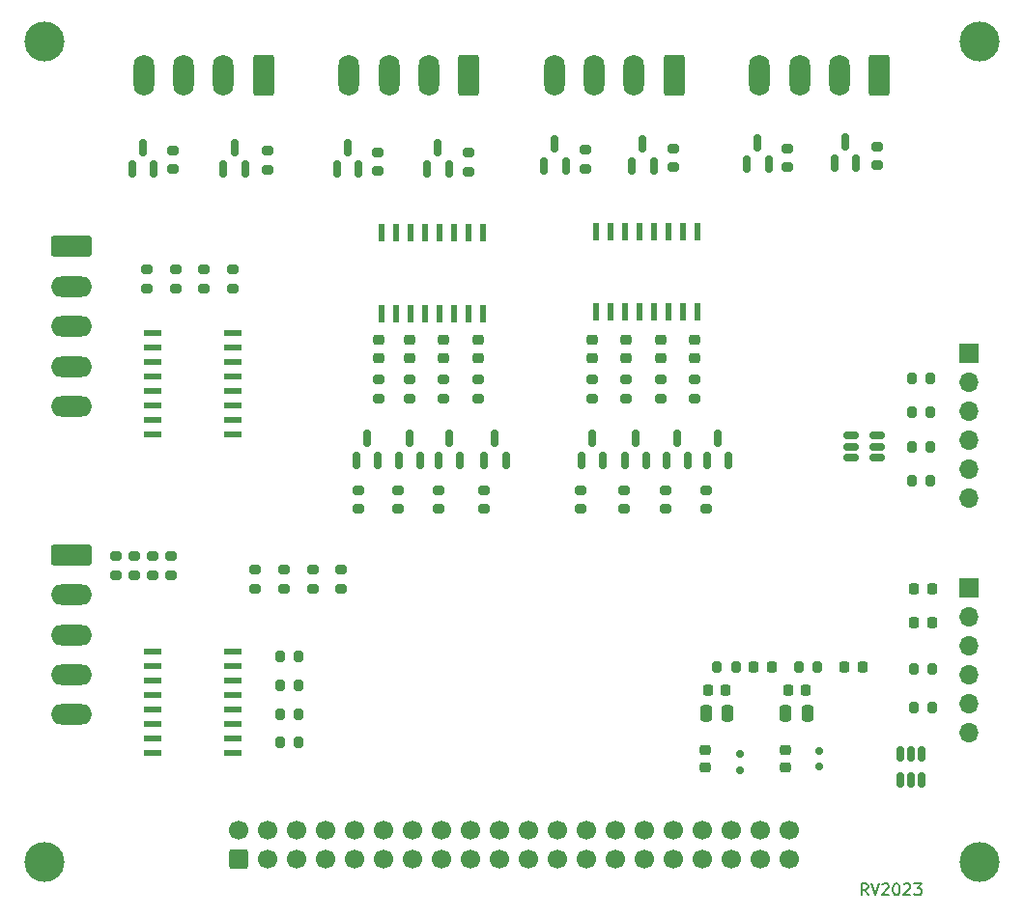
<source format=gts>
G04 #@! TF.GenerationSoftware,KiCad,Pcbnew,7.0.5-4d25ed1034~172~ubuntu20.04.1*
G04 #@! TF.CreationDate,2023-05-31T02:11:29+03:00*
G04 #@! TF.ProjectId,kanalog-jp12-breakout,6b616e61-6c6f-4672-9d6a-7031322d6272,rev?*
G04 #@! TF.SameCoordinates,Original*
G04 #@! TF.FileFunction,Soldermask,Top*
G04 #@! TF.FilePolarity,Negative*
%FSLAX46Y46*%
G04 Gerber Fmt 4.6, Leading zero omitted, Abs format (unit mm)*
G04 Created by KiCad (PCBNEW 7.0.5-4d25ed1034~172~ubuntu20.04.1) date 2023-05-31 02:11:29*
%MOMM*%
%LPD*%
G01*
G04 APERTURE LIST*
G04 Aperture macros list*
%AMRoundRect*
0 Rectangle with rounded corners*
0 $1 Rounding radius*
0 $2 $3 $4 $5 $6 $7 $8 $9 X,Y pos of 4 corners*
0 Add a 4 corners polygon primitive as box body*
4,1,4,$2,$3,$4,$5,$6,$7,$8,$9,$2,$3,0*
0 Add four circle primitives for the rounded corners*
1,1,$1+$1,$2,$3*
1,1,$1+$1,$4,$5*
1,1,$1+$1,$6,$7*
1,1,$1+$1,$8,$9*
0 Add four rect primitives between the rounded corners*
20,1,$1+$1,$2,$3,$4,$5,0*
20,1,$1+$1,$4,$5,$6,$7,0*
20,1,$1+$1,$6,$7,$8,$9,0*
20,1,$1+$1,$8,$9,$2,$3,0*%
G04 Aperture macros list end*
%ADD10C,0.200000*%
%ADD11RoundRect,0.150000X0.150000X-0.587500X0.150000X0.587500X-0.150000X0.587500X-0.150000X-0.587500X0*%
%ADD12RoundRect,0.218750X-0.256250X0.218750X-0.256250X-0.218750X0.256250X-0.218750X0.256250X0.218750X0*%
%ADD13RoundRect,0.200000X0.275000X-0.200000X0.275000X0.200000X-0.275000X0.200000X-0.275000X-0.200000X0*%
%ADD14RoundRect,0.200000X-0.275000X0.200000X-0.275000X-0.200000X0.275000X-0.200000X0.275000X0.200000X0*%
%ADD15RoundRect,0.150000X-0.512500X-0.150000X0.512500X-0.150000X0.512500X0.150000X-0.512500X0.150000X0*%
%ADD16RoundRect,0.250000X0.650000X1.550000X-0.650000X1.550000X-0.650000X-1.550000X0.650000X-1.550000X0*%
%ADD17O,1.800000X3.600000*%
%ADD18RoundRect,0.250000X-0.250000X-0.475000X0.250000X-0.475000X0.250000X0.475000X-0.250000X0.475000X0*%
%ADD19RoundRect,0.150000X-0.150000X0.512500X-0.150000X-0.512500X0.150000X-0.512500X0.150000X0.512500X0*%
%ADD20R,1.500000X0.600000*%
%ADD21RoundRect,0.200000X0.200000X0.275000X-0.200000X0.275000X-0.200000X-0.275000X0.200000X-0.275000X0*%
%ADD22C,3.500000*%
%ADD23RoundRect,0.218750X0.218750X0.256250X-0.218750X0.256250X-0.218750X-0.256250X0.218750X-0.256250X0*%
%ADD24R,0.600000X1.500000*%
%ADD25RoundRect,0.200000X-0.200000X-0.275000X0.200000X-0.275000X0.200000X0.275000X-0.200000X0.275000X0*%
%ADD26RoundRect,0.150000X0.200000X-0.150000X0.200000X0.150000X-0.200000X0.150000X-0.200000X-0.150000X0*%
%ADD27R,1.700000X1.700000*%
%ADD28O,1.700000X1.700000*%
%ADD29RoundRect,0.250000X-1.550000X0.650000X-1.550000X-0.650000X1.550000X-0.650000X1.550000X0.650000X0*%
%ADD30O,3.600000X1.800000*%
%ADD31RoundRect,0.250000X0.600000X-0.600000X0.600000X0.600000X-0.600000X0.600000X-0.600000X-0.600000X0*%
%ADD32C,1.700000*%
%ADD33RoundRect,0.225000X-0.225000X-0.250000X0.225000X-0.250000X0.225000X0.250000X-0.225000X0.250000X0*%
%ADD34RoundRect,0.218750X-0.218750X-0.256250X0.218750X-0.256250X0.218750X0.256250X-0.218750X0.256250X0*%
G04 APERTURE END LIST*
D10*
X152191101Y-164867219D02*
X151857768Y-164391028D01*
X151619673Y-164867219D02*
X151619673Y-163867219D01*
X151619673Y-163867219D02*
X152000625Y-163867219D01*
X152000625Y-163867219D02*
X152095863Y-163914838D01*
X152095863Y-163914838D02*
X152143482Y-163962457D01*
X152143482Y-163962457D02*
X152191101Y-164057695D01*
X152191101Y-164057695D02*
X152191101Y-164200552D01*
X152191101Y-164200552D02*
X152143482Y-164295790D01*
X152143482Y-164295790D02*
X152095863Y-164343409D01*
X152095863Y-164343409D02*
X152000625Y-164391028D01*
X152000625Y-164391028D02*
X151619673Y-164391028D01*
X152476816Y-163867219D02*
X152810149Y-164867219D01*
X152810149Y-164867219D02*
X153143482Y-163867219D01*
X153429197Y-163962457D02*
X153476816Y-163914838D01*
X153476816Y-163914838D02*
X153572054Y-163867219D01*
X153572054Y-163867219D02*
X153810149Y-163867219D01*
X153810149Y-163867219D02*
X153905387Y-163914838D01*
X153905387Y-163914838D02*
X153953006Y-163962457D01*
X153953006Y-163962457D02*
X154000625Y-164057695D01*
X154000625Y-164057695D02*
X154000625Y-164152933D01*
X154000625Y-164152933D02*
X153953006Y-164295790D01*
X153953006Y-164295790D02*
X153381578Y-164867219D01*
X153381578Y-164867219D02*
X154000625Y-164867219D01*
X154619673Y-163867219D02*
X154714911Y-163867219D01*
X154714911Y-163867219D02*
X154810149Y-163914838D01*
X154810149Y-163914838D02*
X154857768Y-163962457D01*
X154857768Y-163962457D02*
X154905387Y-164057695D01*
X154905387Y-164057695D02*
X154953006Y-164248171D01*
X154953006Y-164248171D02*
X154953006Y-164486266D01*
X154953006Y-164486266D02*
X154905387Y-164676742D01*
X154905387Y-164676742D02*
X154857768Y-164771980D01*
X154857768Y-164771980D02*
X154810149Y-164819600D01*
X154810149Y-164819600D02*
X154714911Y-164867219D01*
X154714911Y-164867219D02*
X154619673Y-164867219D01*
X154619673Y-164867219D02*
X154524435Y-164819600D01*
X154524435Y-164819600D02*
X154476816Y-164771980D01*
X154476816Y-164771980D02*
X154429197Y-164676742D01*
X154429197Y-164676742D02*
X154381578Y-164486266D01*
X154381578Y-164486266D02*
X154381578Y-164248171D01*
X154381578Y-164248171D02*
X154429197Y-164057695D01*
X154429197Y-164057695D02*
X154476816Y-163962457D01*
X154476816Y-163962457D02*
X154524435Y-163914838D01*
X154524435Y-163914838D02*
X154619673Y-163867219D01*
X155333959Y-163962457D02*
X155381578Y-163914838D01*
X155381578Y-163914838D02*
X155476816Y-163867219D01*
X155476816Y-163867219D02*
X155714911Y-163867219D01*
X155714911Y-163867219D02*
X155810149Y-163914838D01*
X155810149Y-163914838D02*
X155857768Y-163962457D01*
X155857768Y-163962457D02*
X155905387Y-164057695D01*
X155905387Y-164057695D02*
X155905387Y-164152933D01*
X155905387Y-164152933D02*
X155857768Y-164295790D01*
X155857768Y-164295790D02*
X155286340Y-164867219D01*
X155286340Y-164867219D02*
X155905387Y-164867219D01*
X156238721Y-163867219D02*
X156857768Y-163867219D01*
X156857768Y-163867219D02*
X156524435Y-164248171D01*
X156524435Y-164248171D02*
X156667292Y-164248171D01*
X156667292Y-164248171D02*
X156762530Y-164295790D01*
X156762530Y-164295790D02*
X156810149Y-164343409D01*
X156810149Y-164343409D02*
X156857768Y-164438647D01*
X156857768Y-164438647D02*
X156857768Y-164676742D01*
X156857768Y-164676742D02*
X156810149Y-164771980D01*
X156810149Y-164771980D02*
X156762530Y-164819600D01*
X156762530Y-164819600D02*
X156667292Y-164867219D01*
X156667292Y-164867219D02*
X156381578Y-164867219D01*
X156381578Y-164867219D02*
X156286340Y-164819600D01*
X156286340Y-164819600D02*
X156238721Y-164771980D01*
D11*
G04 #@! TO.C,Q3*
X105650000Y-101175000D03*
X107550000Y-101175000D03*
X106600000Y-99300000D03*
G04 #@! TD*
G04 #@! TO.C,Q7*
X114550000Y-126712500D03*
X116450000Y-126712500D03*
X115500000Y-124837500D03*
G04 #@! TD*
G04 #@! TO.C,Q2*
X95700000Y-101175000D03*
X97600000Y-101175000D03*
X96650000Y-99300000D03*
G04 #@! TD*
D12*
G04 #@! TO.C,D17*
X109300000Y-116212500D03*
X109300000Y-117787500D03*
G04 #@! TD*
D13*
G04 #@! TO.C,R16*
X98490000Y-138000000D03*
X98490000Y-136350000D03*
G04 #@! TD*
D14*
G04 #@! TO.C,R18*
X99550000Y-99612500D03*
X99550000Y-101262500D03*
G04 #@! TD*
G04 #@! TO.C,R10*
X91490000Y-110000000D03*
X91490000Y-111650000D03*
G04 #@! TD*
D13*
G04 #@! TO.C,R23*
X112000000Y-121300000D03*
X112000000Y-119650000D03*
G04 #@! TD*
D15*
G04 #@! TO.C,U5*
X150687500Y-124590000D03*
X150687500Y-125540000D03*
X150687500Y-126490000D03*
X152962500Y-126490000D03*
X152962500Y-125540000D03*
X152962500Y-124590000D03*
G04 #@! TD*
D11*
G04 #@! TO.C,Q16*
X131500000Y-100900000D03*
X133400000Y-100900000D03*
X132450000Y-99025000D03*
G04 #@! TD*
D13*
G04 #@! TO.C,R28*
X118500000Y-131000000D03*
X118500000Y-129350000D03*
G04 #@! TD*
D12*
G04 #@! TO.C,D19*
X115000000Y-116212500D03*
X115000000Y-117787500D03*
G04 #@! TD*
D16*
G04 #@! TO.C,J5*
X117195000Y-92932500D03*
D17*
X113695000Y-92932500D03*
X110195000Y-92932500D03*
X106695000Y-92932500D03*
G04 #@! TD*
D13*
G04 #@! TO.C,R35*
X131000000Y-121300000D03*
X131000000Y-119650000D03*
G04 #@! TD*
G04 #@! TO.C,R22*
X107515000Y-131000000D03*
X107515000Y-129350000D03*
G04 #@! TD*
D11*
G04 #@! TO.C,Q14*
X149250000Y-100675000D03*
X151150000Y-100675000D03*
X150200000Y-98800000D03*
G04 #@! TD*
G04 #@! TO.C,Q8*
X118550000Y-126712500D03*
X120450000Y-126712500D03*
X119500000Y-124837500D03*
G04 #@! TD*
D18*
G04 #@! TO.C,C1*
X137987500Y-148900000D03*
X139887500Y-148900000D03*
G04 #@! TD*
D13*
G04 #@! TO.C,R29*
X134000000Y-121300000D03*
X134000000Y-119650000D03*
G04 #@! TD*
G04 #@! TO.C,R25*
X115000000Y-121300000D03*
X115000000Y-119650000D03*
G04 #@! TD*
D14*
G04 #@! TO.C,R37*
X145125000Y-99375000D03*
X145125000Y-101025000D03*
G04 #@! TD*
D19*
G04 #@! TO.C,U6*
X156900000Y-152512500D03*
X155950000Y-152512500D03*
X155000000Y-152512500D03*
X155000000Y-154787500D03*
X155950000Y-154787500D03*
X156900000Y-154787500D03*
G04 #@! TD*
D13*
G04 #@! TO.C,R14*
X103510000Y-138000000D03*
X103510000Y-136350000D03*
G04 #@! TD*
D20*
G04 #@! TO.C,U2*
X89450000Y-115555000D03*
X89450000Y-116825000D03*
X89450000Y-118095000D03*
X89450000Y-119365000D03*
X89450000Y-120635000D03*
X89450000Y-121905000D03*
X89450000Y-123175000D03*
X89450000Y-124445000D03*
X96550000Y-124445000D03*
X96550000Y-123175000D03*
X96550000Y-121905000D03*
X96550000Y-120635000D03*
X96550000Y-119365000D03*
X96550000Y-118095000D03*
X96550000Y-116825000D03*
X96550000Y-115555000D03*
G04 #@! TD*
D13*
G04 #@! TO.C,R31*
X137000000Y-121300000D03*
X137000000Y-119650000D03*
G04 #@! TD*
D21*
G04 #@! TO.C,R42*
X157650000Y-122540000D03*
X156000000Y-122540000D03*
G04 #@! TD*
G04 #@! TO.C,R7*
X102275000Y-149000000D03*
X100625000Y-149000000D03*
G04 #@! TD*
D11*
G04 #@! TO.C,Q6*
X111050000Y-126712500D03*
X112950000Y-126712500D03*
X112000000Y-124837500D03*
G04 #@! TD*
D14*
G04 #@! TO.C,R19*
X109200000Y-99712500D03*
X109200000Y-101362500D03*
G04 #@! TD*
D13*
G04 #@! TO.C,R15*
X101000000Y-138000000D03*
X101000000Y-136350000D03*
G04 #@! TD*
D22*
G04 #@! TO.C,H2*
X80000000Y-90000000D03*
G04 #@! TD*
D14*
G04 #@! TO.C,R11*
X94000000Y-110000000D03*
X94000000Y-111650000D03*
G04 #@! TD*
D21*
G04 #@! TO.C,R6*
X102275000Y-146490000D03*
X100625000Y-146490000D03*
G04 #@! TD*
G04 #@! TO.C,R5*
X102275000Y-143980000D03*
X100625000Y-143980000D03*
G04 #@! TD*
D14*
G04 #@! TO.C,R20*
X117200000Y-99762500D03*
X117200000Y-101412500D03*
G04 #@! TD*
D21*
G04 #@! TO.C,R47*
X157825000Y-148450000D03*
X156175000Y-148450000D03*
G04 #@! TD*
D12*
G04 #@! TO.C,D21*
X134000000Y-116212500D03*
X134000000Y-117787500D03*
G04 #@! TD*
D23*
G04 #@! TO.C,FB3*
X157787500Y-138000000D03*
X156212500Y-138000000D03*
G04 #@! TD*
D21*
G04 #@! TO.C,R43*
X157650000Y-125540000D03*
X156000000Y-125540000D03*
G04 #@! TD*
D22*
G04 #@! TO.C,H1*
X80000000Y-162000000D03*
G04 #@! TD*
D24*
G04 #@! TO.C,U3*
X109570000Y-113850000D03*
X110840000Y-113850000D03*
X112110000Y-113850000D03*
X113380000Y-113850000D03*
X114650000Y-113850000D03*
X115920000Y-113850000D03*
X117190000Y-113850000D03*
X118460000Y-113850000D03*
X118460000Y-106750000D03*
X117190000Y-106750000D03*
X115920000Y-106750000D03*
X114650000Y-106750000D03*
X113380000Y-106750000D03*
X112110000Y-106750000D03*
X110840000Y-106750000D03*
X109570000Y-106750000D03*
G04 #@! TD*
D13*
G04 #@! TO.C,R32*
X138000000Y-131000000D03*
X138000000Y-129350000D03*
G04 #@! TD*
D21*
G04 #@! TO.C,R46*
X157825000Y-145000000D03*
X156175000Y-145000000D03*
G04 #@! TD*
D25*
G04 #@! TO.C,R48*
X138975000Y-144860000D03*
X140625000Y-144860000D03*
G04 #@! TD*
D12*
G04 #@! TO.C,D20*
X118000000Y-116212500D03*
X118000000Y-117787500D03*
G04 #@! TD*
D26*
G04 #@! TO.C,D25*
X140937500Y-152500000D03*
X140937500Y-153900000D03*
G04 #@! TD*
D16*
G04 #@! TO.C,J6*
X153195000Y-92932500D03*
D17*
X149695000Y-92932500D03*
X146195000Y-92932500D03*
X142695000Y-92932500D03*
G04 #@! TD*
D14*
G04 #@! TO.C,R2*
X87900000Y-135175000D03*
X87900000Y-136825000D03*
G04 #@! TD*
D16*
G04 #@! TO.C,J7*
X135195000Y-92932500D03*
D17*
X131695000Y-92932500D03*
X128195000Y-92932500D03*
X124695000Y-92932500D03*
G04 #@! TD*
D13*
G04 #@! TO.C,R26*
X114515000Y-131000000D03*
X114515000Y-129350000D03*
G04 #@! TD*
D11*
G04 #@! TO.C,Q11*
X127050000Y-126712500D03*
X128950000Y-126712500D03*
X128000000Y-124837500D03*
G04 #@! TD*
D12*
G04 #@! TO.C,FB1*
X137937500Y-152112500D03*
X137937500Y-153687500D03*
G04 #@! TD*
G04 #@! TO.C,D22*
X137000000Y-116212500D03*
X137000000Y-117787500D03*
G04 #@! TD*
D16*
G04 #@! TO.C,J4*
X99195000Y-92932500D03*
D17*
X95695000Y-92932500D03*
X92195000Y-92932500D03*
X88695000Y-92932500D03*
G04 #@! TD*
D21*
G04 #@! TO.C,R8*
X102275000Y-151510000D03*
X100625000Y-151510000D03*
G04 #@! TD*
D13*
G04 #@! TO.C,R27*
X118000000Y-121300000D03*
X118000000Y-119650000D03*
G04 #@! TD*
D21*
G04 #@! TO.C,R41*
X157650000Y-119540000D03*
X156000000Y-119540000D03*
G04 #@! TD*
D13*
G04 #@! TO.C,R24*
X111015000Y-131000000D03*
X111015000Y-129350000D03*
G04 #@! TD*
D14*
G04 #@! TO.C,R39*
X127400000Y-99500000D03*
X127400000Y-101150000D03*
G04 #@! TD*
D12*
G04 #@! TO.C,D24*
X131000000Y-116212500D03*
X131000000Y-117787500D03*
G04 #@! TD*
D23*
G04 #@! TO.C,D27*
X151725000Y-144900000D03*
X150150000Y-144900000D03*
G04 #@! TD*
D12*
G04 #@! TO.C,D18*
X112000000Y-116212500D03*
X112000000Y-117787500D03*
G04 #@! TD*
G04 #@! TO.C,FB2*
X144937500Y-152112500D03*
X144937500Y-153687500D03*
G04 #@! TD*
D13*
G04 #@! TO.C,R13*
X106020000Y-138000000D03*
X106020000Y-136350000D03*
G04 #@! TD*
D14*
G04 #@! TO.C,R38*
X152950000Y-99225000D03*
X152950000Y-100875000D03*
G04 #@! TD*
D22*
G04 #@! TO.C,H3*
X162000000Y-90000000D03*
G04 #@! TD*
D27*
G04 #@! TO.C,J8*
X161000000Y-117380000D03*
D28*
X161000000Y-119920000D03*
X161000000Y-122460000D03*
X161000000Y-125000000D03*
X161000000Y-127540000D03*
X161000000Y-130080000D03*
G04 #@! TD*
D12*
G04 #@! TO.C,D23*
X128000000Y-116212500D03*
X128000000Y-117787500D03*
G04 #@! TD*
D14*
G04 #@! TO.C,R40*
X135100000Y-99387500D03*
X135100000Y-101037500D03*
G04 #@! TD*
D11*
G04 #@! TO.C,Q10*
X138050000Y-126712500D03*
X139950000Y-126712500D03*
X139000000Y-124837500D03*
G04 #@! TD*
D14*
G04 #@! TO.C,R17*
X91300000Y-99562500D03*
X91300000Y-101212500D03*
G04 #@! TD*
D13*
G04 #@! TO.C,R33*
X128000000Y-121300000D03*
X128000000Y-119650000D03*
G04 #@! TD*
D11*
G04 #@! TO.C,Q4*
X113550000Y-101175000D03*
X115450000Y-101175000D03*
X114500000Y-99300000D03*
G04 #@! TD*
D13*
G04 #@! TO.C,R36*
X130800000Y-131000000D03*
X130800000Y-129350000D03*
G04 #@! TD*
D22*
G04 #@! TO.C,H4*
X162000000Y-162000000D03*
G04 #@! TD*
D29*
G04 #@! TO.C,J3*
X82382500Y-108000000D03*
D30*
X82382500Y-111500000D03*
X82382500Y-115000000D03*
X82382500Y-118500000D03*
X82382500Y-122000000D03*
G04 #@! TD*
D14*
G04 #@! TO.C,R1*
X86300000Y-135175000D03*
X86300000Y-136825000D03*
G04 #@! TD*
D27*
G04 #@! TO.C,J9*
X161000000Y-137920000D03*
D28*
X161000000Y-140460000D03*
X161000000Y-143000000D03*
X161000000Y-145540000D03*
X161000000Y-148080000D03*
X161000000Y-150620000D03*
G04 #@! TD*
D23*
G04 #@! TO.C,D28*
X143725000Y-144900000D03*
X142150000Y-144900000D03*
G04 #@! TD*
D11*
G04 #@! TO.C,Q1*
X87700000Y-101175000D03*
X89600000Y-101175000D03*
X88650000Y-99300000D03*
G04 #@! TD*
D13*
G04 #@! TO.C,R21*
X109300000Y-121300000D03*
X109300000Y-119650000D03*
G04 #@! TD*
D26*
G04 #@! TO.C,D26*
X147937500Y-152200000D03*
X147937500Y-153600000D03*
G04 #@! TD*
D14*
G04 #@! TO.C,R9*
X88980000Y-110000000D03*
X88980000Y-111650000D03*
G04 #@! TD*
D29*
G04 #@! TO.C,J2*
X82382500Y-135055000D03*
D30*
X82382500Y-138555000D03*
X82382500Y-142055000D03*
X82382500Y-145555000D03*
X82382500Y-149055000D03*
G04 #@! TD*
D31*
G04 #@! TO.C,J1*
X97000000Y-161752500D03*
D32*
X97000000Y-159212500D03*
X99540000Y-161752500D03*
X99540000Y-159212500D03*
X102080000Y-161752500D03*
X102080000Y-159212500D03*
X104620000Y-161752500D03*
X104620000Y-159212500D03*
X107160000Y-161752500D03*
X107160000Y-159212500D03*
X109700000Y-161752500D03*
X109700000Y-159212500D03*
X112240000Y-161752500D03*
X112240000Y-159212500D03*
X114780000Y-161752500D03*
X114780000Y-159212500D03*
X117320000Y-161752500D03*
X117320000Y-159212500D03*
X119860000Y-161752500D03*
X119860000Y-159212500D03*
X122400000Y-161752500D03*
X122400000Y-159212500D03*
X124940000Y-161752500D03*
X124940000Y-159212500D03*
X127480000Y-161752500D03*
X127480000Y-159212500D03*
X130020000Y-161752500D03*
X130020000Y-159212500D03*
X132560000Y-161752500D03*
X132560000Y-159212500D03*
X135100000Y-161752500D03*
X135100000Y-159212500D03*
X137640000Y-161752500D03*
X137640000Y-159212500D03*
X140180000Y-161752500D03*
X140180000Y-159212500D03*
X142720000Y-161752500D03*
X142720000Y-159212500D03*
X145260000Y-161752500D03*
X145260000Y-159212500D03*
G04 #@! TD*
D14*
G04 #@! TO.C,R3*
X89500000Y-135175000D03*
X89500000Y-136825000D03*
G04 #@! TD*
D21*
G04 #@! TO.C,R44*
X157650000Y-128540000D03*
X156000000Y-128540000D03*
G04 #@! TD*
D13*
G04 #@! TO.C,R34*
X127000000Y-131000000D03*
X127000000Y-129350000D03*
G04 #@! TD*
D11*
G04 #@! TO.C,Q12*
X130850000Y-126712500D03*
X132750000Y-126712500D03*
X131800000Y-124837500D03*
G04 #@! TD*
G04 #@! TO.C,Q9*
X134500000Y-126712500D03*
X136400000Y-126712500D03*
X135450000Y-124837500D03*
G04 #@! TD*
D18*
G04 #@! TO.C,C3*
X144987500Y-148900000D03*
X146887500Y-148900000D03*
G04 #@! TD*
D33*
G04 #@! TO.C,C2*
X138162500Y-146900000D03*
X139712500Y-146900000D03*
G04 #@! TD*
D20*
G04 #@! TO.C,U1*
X89450000Y-143555000D03*
X89450000Y-144825000D03*
X89450000Y-146095000D03*
X89450000Y-147365000D03*
X89450000Y-148635000D03*
X89450000Y-149905000D03*
X89450000Y-151175000D03*
X89450000Y-152445000D03*
X96550000Y-152445000D03*
X96550000Y-151175000D03*
X96550000Y-149905000D03*
X96550000Y-148635000D03*
X96550000Y-147365000D03*
X96550000Y-146095000D03*
X96550000Y-144825000D03*
X96550000Y-143555000D03*
G04 #@! TD*
D33*
G04 #@! TO.C,C4*
X145162500Y-146900000D03*
X146712500Y-146900000D03*
G04 #@! TD*
D13*
G04 #@! TO.C,R30*
X134450000Y-131000000D03*
X134450000Y-129350000D03*
G04 #@! TD*
D11*
G04 #@! TO.C,Q13*
X141575000Y-100800000D03*
X143475000Y-100800000D03*
X142525000Y-98925000D03*
G04 #@! TD*
D34*
G04 #@! TO.C,FB4*
X156212500Y-141000000D03*
X157787500Y-141000000D03*
G04 #@! TD*
D11*
G04 #@! TO.C,Q5*
X107350000Y-126712500D03*
X109250000Y-126712500D03*
X108300000Y-124837500D03*
G04 #@! TD*
G04 #@! TO.C,Q15*
X123800000Y-100900000D03*
X125700000Y-100900000D03*
X124750000Y-99025000D03*
G04 #@! TD*
D14*
G04 #@! TO.C,R4*
X91100000Y-135175000D03*
X91100000Y-136825000D03*
G04 #@! TD*
G04 #@! TO.C,R12*
X96510000Y-110000000D03*
X96510000Y-111650000D03*
G04 #@! TD*
D24*
G04 #@! TO.C,U4*
X128355000Y-113750000D03*
X129625000Y-113750000D03*
X130895000Y-113750000D03*
X132165000Y-113750000D03*
X133435000Y-113750000D03*
X134705000Y-113750000D03*
X135975000Y-113750000D03*
X137245000Y-113750000D03*
X137245000Y-106650000D03*
X135975000Y-106650000D03*
X134705000Y-106650000D03*
X133435000Y-106650000D03*
X132165000Y-106650000D03*
X130895000Y-106650000D03*
X129625000Y-106650000D03*
X128355000Y-106650000D03*
G04 #@! TD*
D25*
G04 #@! TO.C,R45*
X146112500Y-144860000D03*
X147762500Y-144860000D03*
G04 #@! TD*
M02*

</source>
